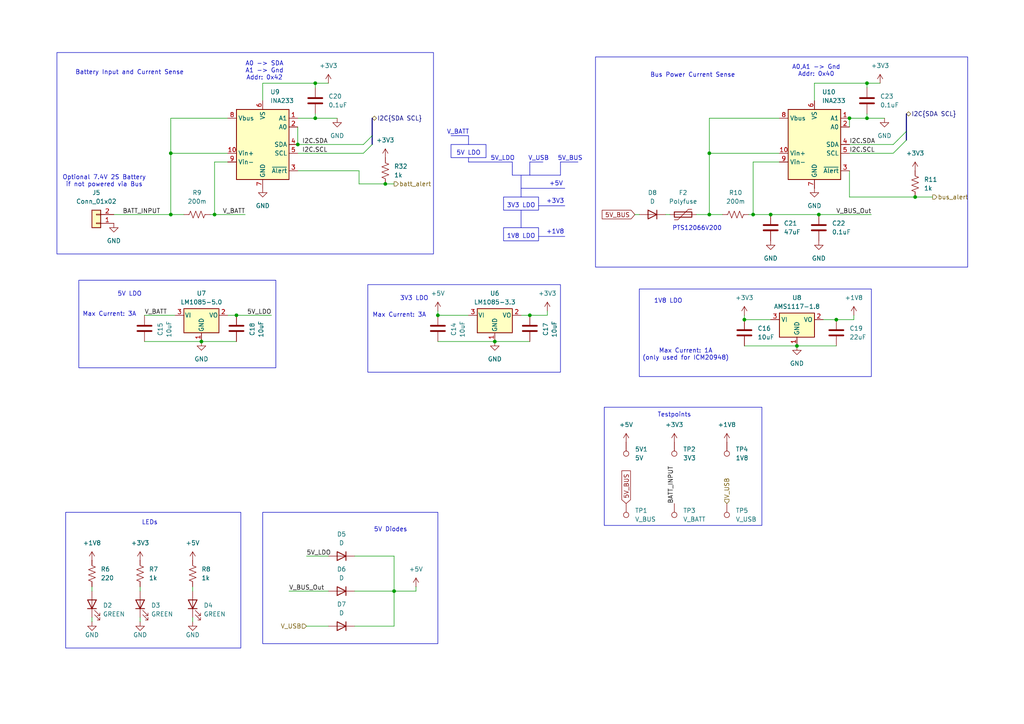
<source format=kicad_sch>
(kicad_sch (version 20250114) (generator "eeschema") (generator_version "9.0")
  (paper "A4")
  (lib_symbols
    (symbol "Connector:TestPoint" (pin_numbers (hide yes)) (pin_names (offset 0.762) (hide yes))
      (property "Reference" "TP" (at 0 6.858 0))
      (property "Value" "TestPoint" (at 0 5.08 0))
      (symbol "TestPoint_0_1"
        (circle (center 0 3.302) (radius 0.762))
      )
      (symbol "TestPoint_1_1"
        (pin passive line (at 0 0 90) (length 2.54) (name "1") (number "1"))
      )
    )
    (symbol "Connector_Generic:Conn_01x02" (pin_names (offset 1.016) (hide yes))
      (property "Reference" "J" (at 0 2.54 0))
      (property "Value" "Conn_01x02" (at 0 -5.08 0))
      (symbol "Conn_01x02_1_1"
        (rectangle (start -1.27 1.27) (end 1.27 -3.81) (stroke (width 0.254)) (fill (type background)))
        (rectangle (start -1.27 0.127) (end 0 -0.127) (stroke (width 0.1524)))
        (rectangle (start -1.27 -2.413) (end 0 -2.667) (stroke (width 0.1524)))
        (pin passive line (at -5.08 0 0) (length 3.81) (name "Pin_1") (number "1"))
        (pin passive line (at -5.08 -2.54 0) (length 3.81) (name "Pin_2") (number "2"))
      )
    )
    (symbol "Device:C" (pin_numbers (hide yes)) (pin_names (offset 0.254))
      (property "Reference" "C" (at 0.635 2.54 0))
      (property "Value" "C" (at 0.635 -2.54 0))
      (symbol "C_0_1"
        (polyline (pts (xy -2.032 0.762) (xy 2.032 0.762)) (stroke (width 0.508)))
        (polyline (pts (xy -2.032 -0.762) (xy 2.032 -0.762)) (stroke (width 0.508)))
      )
      (symbol "C_1_1"
        (pin passive line (at 0 3.81 270) (length 2.794) (name "~") (number "1"))
        (pin passive line (at 0 -3.81 90) (length 2.794) (name "~") (number "2"))
      )
    )
    (symbol "Device:D" (pin_numbers (hide yes)) (pin_names (offset 1.016) (hide yes))
      (property "Reference" "D" (at 0 2.54 0))
      (property "Value" "D" (at 0 -2.54 0))
      (symbol "D_0_1"
        (polyline (pts (xy -1.27 1.27) (xy -1.27 -1.27)) (stroke (width 0.254)))
        (polyline (pts (xy 1.27 1.27) (xy 1.27 -1.27) (xy -1.27 0) (xy 1.27 1.27)) (stroke (width 0.254)))
        (polyline (pts (xy 1.27 0) (xy -1.27 0)))
      )
      (symbol "D_1_1"
        (pin passive line (at -3.81 0 0) (length 2.54) (name "K") (number "1"))
        (pin passive line (at 3.81 0 180) (length 2.54) (name "A") (number "2"))
      )
    )
    (symbol "Device:LED" (pin_numbers (hide yes)) (pin_names (offset 1.016) (hide yes))
      (property "Reference" "D" (at 0 2.54 0))
      (property "Value" "LED" (at 0 -2.54 0))
      (symbol "LED_0_1"
        (polyline (pts (xy -3.048 -0.762) (xy -4.572 -2.286) (xy -3.81 -2.286) (xy -4.572 -2.286) (xy -4.572 -1.524)))
        (polyline (pts (xy -1.778 -0.762) (xy -3.302 -2.286) (xy -2.54 -2.286) (xy -3.302 -2.286) (xy -3.302 -1.524)))
        (polyline (pts (xy -1.27 0) (xy 1.27 0)))
        (polyline (pts (xy -1.27 -1.27) (xy -1.27 1.27)) (stroke (width 0.254)))
        (polyline (pts (xy 1.27 -1.27) (xy 1.27 1.27) (xy -1.27 0) (xy 1.27 -1.27)) (stroke (width 0.254)))
      )
      (symbol "LED_1_1"
        (pin passive line (at -3.81 0 0) (length 2.54) (name "K") (number "1"))
        (pin passive line (at 3.81 0 180) (length 2.54) (name "A") (number "2"))
      )
    )
    (symbol "Device:Polyfuse" (pin_numbers (hide yes)) (pin_names (offset 0))
      (property "Reference" "F" (at -2.54 0 90))
      (property "Value" "Polyfuse" (at 2.54 0 90))
      (symbol "Polyfuse_0_1"
        (polyline (pts (xy -1.524 2.54) (xy -1.524 1.524) (xy 1.524 -1.524) (xy 1.524 -2.54)))
        (rectangle (start -0.762 2.54) (end 0.762 -2.54) (stroke (width 0.254)))
        (polyline (pts (xy 0 2.54) (xy 0 -2.54)))
      )
      (symbol "Polyfuse_1_1"
        (pin passive line (at 0 3.81 270) (length 1.27) (name "~") (number "1"))
        (pin passive line (at 0 -3.81 90) (length 1.27) (name "~") (number "2"))
      )
    )
    (symbol "Device:R_US" (pin_numbers (hide yes)) (pin_names (offset 0))
      (property "Reference" "R" (at 2.54 0 90))
      (property "Value" "R_US" (at -2.54 0 90))
      (symbol "R_US_0_1"
        (polyline (pts (xy 0 2.286) (xy 0 2.54)))
        (polyline (pts (xy 0 2.286) (xy 1.016 1.905) (xy 0 1.524) (xy -1.016 1.143) (xy 0 0.762)))
        (polyline (pts (xy 0 0.762) (xy 1.016 0.381) (xy 0 0) (xy -1.016 -0.381) (xy 0 -0.762)))
        (polyline (pts (xy 0 -0.762) (xy 1.016 -1.143) (xy 0 -1.524) (xy -1.016 -1.905) (xy 0 -2.286)))
        (polyline (pts (xy 0 -2.286) (xy 0 -2.54)))
      )
      (symbol "R_US_1_1"
        (pin passive line (at 0 3.81 270) (length 1.27) (name "~") (number "1"))
        (pin passive line (at 0 -3.81 90) (length 1.27) (name "~") (number "2"))
      )
    )
    (symbol "Regulator_Linear:AMS1117-1.8"
      (property "Reference" "U" (at -3.81 3.175 0))
      (property "Value" "AMS1117-1.8" (at 0 3.175 0))
      (symbol "AMS1117-1.8_0_1"
        (rectangle (start -5.08 -5.08) (end 5.08 1.905) (stroke (width 0.254)) (fill (type background)))
      )
      (symbol "AMS1117-1.8_1_1"
        (pin power_in line (at -7.62 0 0) (length 2.54) (name "VI") (number "3"))
        (pin power_in line (at 0 -7.62 90) (length 2.54) (name "GND") (number "1"))
        (pin power_out line (at 7.62 0 180) (length 2.54) (name "VO") (number "2"))
      )
    )
    (symbol "Regulator_Linear:LM1085-3.3" (pin_names (offset 0.254))
      (property "Reference" "U" (at -3.81 3.175 0))
      (property "Value" "LM1085-3.3" (at 0 3.175 0))
      (symbol "LM1085-3.3_0_1"
        (rectangle (start -5.08 1.905) (end 5.08 -5.08) (stroke (width 0.254)) (fill (type background)))
      )
      (symbol "LM1085-3.3_1_1"
        (pin power_in line (at -7.62 0 0) (length 2.54) (name "VI") (number "3"))
        (pin power_in line (at 0 -7.62 90) (length 2.54) (name "GND") (number "1"))
        (pin power_out line (at 7.62 0 180) (length 2.54) (name "VO") (number "2"))
      )
    )
    (symbol "Regulator_Linear:LM1085-5.0" (pin_names (offset 0.254))
      (property "Reference" "U" (at -3.81 3.175 0))
      (property "Value" "LM1085-5.0" (at 0 3.175 0))
      (symbol "LM1085-5.0_0_1"
        (rectangle (start -5.08 1.905) (end 5.08 -5.08) (stroke (width 0.254)) (fill (type background)))
      )
      (symbol "LM1085-5.0_1_1"
        (pin power_in line (at -7.62 0 0) (length 2.54) (name "VI") (number "3"))
        (pin power_in line (at 0 -7.62 90) (length 2.54) (name "GND") (number "1"))
        (pin power_out line (at 7.62 0 180) (length 2.54) (name "VO") (number "2"))
      )
    )
    (symbol "Sensor_Energy:INA233"
      (property "Reference" "U" (at -6.35 11.43 0))
      (property "Value" "INA233" (at 3.81 11.43 0))
      (symbol "INA233_0_1"
        (rectangle (start 7.62 10.16) (end -7.62 -10.16) (stroke (width 0.254)) (fill (type background)))
      )
      (symbol "INA233_1_1"
        (pin input line (at -10.16 7.62 0) (length 2.54) (name "Vbus") (number "8"))
        (pin input line (at -10.16 -2.54 0) (length 2.54) (name "Vin+") (number "10"))
        (pin input line (at -10.16 -5.08 0) (length 2.54) (name "Vin-") (number "9"))
        (pin power_in line (at 0 12.7 270) (length 2.54) (name "VS") (number "6"))
        (pin power_in line (at 0 -12.7 90) (length 2.54) (name "GND") (number "7"))
        (pin input line (at 10.16 7.62 180) (length 2.54) (name "A1") (number "1"))
        (pin input line (at 10.16 5.08 180) (length 2.54) (name "A0") (number "2"))
        (pin bidirectional line (at 10.16 0 180) (length 2.54) (name "SDA") (number "4"))
        (pin input line (at 10.16 -2.54 180) (length 2.54) (name "SCL") (number "5"))
        (pin open_collector line (at 10.16 -7.62 180) (length 2.54) (name "~{Alert}") (number "3"))
      )
    )
    (symbol "power:+1V8" (power) (pin_numbers (hide yes)) (pin_names (offset 0) (hide yes))
      (property "Value" "+1V8" (at 0 3.556 0))
      (symbol "+1V8_0_1"
        (polyline (pts (xy -0.762 1.27) (xy 0 2.54)))
        (polyline (pts (xy 0 2.54) (xy 0.762 1.27)))
        (polyline (pts (xy 0 0) (xy 0 2.54)))
      )
      (symbol "+1V8_1_1"
        (pin power_in line (at 0 0 90) (length 0) (name "~") (number "1"))
      )
    )
    (symbol "power:+3.3V" (power) (pin_numbers (hide yes)) (pin_names (offset 0) (hide yes))
      (property "Value" "+3.3V" (at 0 3.556 0))
      (symbol "+3.3V_0_1"
        (polyline (pts (xy -0.762 1.27) (xy 0 2.54)))
        (polyline (pts (xy 0 2.54) (xy 0.762 1.27)))
        (polyline (pts (xy 0 0) (xy 0 2.54)))
      )
      (symbol "+3.3V_1_1"
        (pin power_in line (at 0 0 90) (length 0) (name "~") (number "1"))
      )
    )
    (symbol "power:+3V3" (power) (pin_numbers (hide yes)) (pin_names (offset 0) (hide yes))
      (property "Value" "+3V3" (at 0 3.556 0))
      (symbol "+3V3_0_1"
        (polyline (pts (xy -0.762 1.27) (xy 0 2.54)))
        (polyline (pts (xy 0 2.54) (xy 0.762 1.27)))
        (polyline (pts (xy 0 0) (xy 0 2.54)))
      )
      (symbol "+3V3_1_1"
        (pin power_in line (at 0 0 90) (length 0) (name "~") (number "1"))
      )
    )
    (symbol "power:+5V" (power) (pin_numbers (hide yes)) (pin_names (offset 0) (hide yes))
      (property "Value" "+5V" (at 0 3.556 0))
      (symbol "+5V_0_1"
        (polyline (pts (xy -0.762 1.27) (xy 0 2.54)))
        (polyline (pts (xy 0 2.54) (xy 0.762 1.27)))
        (polyline (pts (xy 0 0) (xy 0 2.54)))
      )
      (symbol "+5V_1_1"
        (pin power_in line (at 0 0 90) (length 0) (name "~") (number "1"))
      )
    )
    (symbol "power:GND" (power) (pin_numbers (hide yes)) (pin_names (offset 0) (hide yes))
      (property "Value" "GND" (at 0 -3.81 0))
      (symbol "GND_0_1"
        (polyline (pts (xy 0 0) (xy 0 -1.27) (xy 1.27 -1.27) (xy 0 -2.54) (xy -1.27 -1.27) (xy 0 -1.27)))
      )
      (symbol "GND_1_1"
        (pin power_in line (at 0 0 270) (length 0) (name "~") (number "1"))
      )
    )
    (symbol "power:VBUS" (power) (pin_numbers (hide yes)) (pin_names (offset 0) (hide yes))
      (property "Value" "VBUS" (at 0 3.556 0))
      (symbol "VBUS_0_1"
        (polyline (pts (xy -0.762 1.27) (xy 0 2.54)))
        (polyline (pts (xy 0 2.54) (xy 0.762 1.27)))
        (polyline (pts (xy 0 0) (xy 0 2.54)))
      )
      (symbol "VBUS_1_1"
        (pin power_in line (at 0 0 90) (length 0) (name "~") (number "1"))
      )
    )
  )
  (rectangle (start 146.05 66.04) (end 156.21 69.85))
  (rectangle (start 146.05 57.15) (end 156.21 60.96))
  (rectangle (start 106.68 82.55) (end 162.56 107.95))
  (rectangle (start 185.42 83.82) (end 252.73 109.22))
  (rectangle (start 130.81 41.91) (end 140.97 45.72))
  (rectangle (start 16.51 15.24) (end 125.73 73.66))
  (rectangle (start 76.2 148.59) (end 127 186.69))
  (rectangle (start 172.72 16.51) (end 280.67 77.47))
  (rectangle (start 175.26 118.11) (end 220.98 152.4))
  (rectangle (start 22.86 81.28) (end 80.01 106.68))
  (rectangle (start 19.05 148.59) (end 69.85 187.96))
  (text "Battery Input and Current Sense" (at 37.592 21.082 0) (effects (font (size 1.27 1.27))))
  (text "Testpoints" (at 195.58 120.396 0) (effects (font (size 1.27 1.27))))
  (text "PTS12066V200" (at 202.184 66.294 0) (effects (font (size 1.27 1.27))))
  (text "5V LDO" (at 135.89 44.45 0) (effects (font (size 1.27 1.27))))
  (text "Max Current: 3A" (at 31.75 91.186 0) (effects (font (size 1.27 1.27))))
  (text "5V LDO" (at 37.592 85.344 0) (effects (font (size 1.27 1.27))))
  (text "LEDs" (at 43.434 151.638 0) (effects (font (size 1.27 1.27))))
  (text "3V3 LDO" (at 151.13 59.69 0) (effects (font (size 1.27 1.27))))
  (text "+3V3" (at 161.036 58.42 0) (effects (font (size 1.27 1.27))))
  (text "Max Current: 3A" (at 115.824 91.44 0) (effects (font (size 1.27 1.27))))
  (text "Max Current: 1A\n(only used for ICM20948)" (at 198.882 102.87 0) (effects (font (size 1.27 1.27))))
  (text "5V_LDO" (at 145.796 45.974 0) (effects (font (size 1.27 1.27))))
  (text "1V8 LDO" (at 151.13 68.58 0) (effects (font (size 1.27 1.27))))
  (text "Bus Power Current Sense" (at 200.914 21.844 0) (effects (font (size 1.27 1.27))))
  (text "A0 -> SDA\nA1 -> Gnd\nAddr: 0x42" (at 76.708 20.574 0) (effects (font (size 1.27 1.27))))
  (text "+1V8" (at 161.036 67.31 0) (effects (font (size 1.27 1.27))))
  (text "+5V" (at 161.29 53.34 0) (effects (font (size 1.27 1.27))))
  (text "5V_BUS" (at 165.354 45.974 0) (effects (font (size 1.27 1.27))))
  (text "V_USB" (at 156.21 45.974 0) (effects (font (size 1.27 1.27))))
  (text "Optional 7.4V 2S Battery\nif not powered via Bus" (at 30.226 52.578 0) (effects (font (size 1.27 1.27))))
  (text "V_BATT" (at 132.842 38.354 0) (effects (font (size 1.27 1.27))))
  (text "5V Diodes" (at 113.284 153.67 0) (effects (font (size 1.27 1.27))))
  (text "3V3 LDO" (at 120.142 86.614 0) (effects (font (size 1.27 1.27))))
  (text "1V8 LDO" (at 193.802 87.376 0) (effects (font (size 1.27 1.27))))
  (text "A0,A1 -> Gnd\nAddr: 0x40" (at 236.728 20.574 0) (effects (font (size 1.27 1.27))))
  (junction (at 237.49 62.23))
  (junction (at 111.76 53.34))
  (junction (at 215.9 92.71))
  (junction (at 223.52 62.23))
  (junction (at 246.38 34.29))
  (junction (at 251.46 34.29))
  (junction (at 251.46 24.13))
  (junction (at 205.74 62.23))
  (junction (at 242.57 92.71))
  (junction (at 231.14 100.33))
  (junction (at 49.53 62.23))
  (junction (at 62.23 62.23))
  (junction (at 68.58 91.44))
  (junction (at 58.42 99.06))
  (junction (at 127 91.44))
  (junction (at 49.53 44.45))
  (junction (at 91.44 24.13))
  (junction (at 91.44 34.29))
  (junction (at 114.3 171.45))
  (junction (at 143.51 99.06))
  (junction (at 265.43 57.15))
  (junction (at 218.44 62.23))
  (junction (at 153.67 91.44))
  (junction (at 86.36 41.91))
  (junction (at 205.74 44.45))
  (bus_entry (at 262.89 38.1) (size -2.54 2.54))
  (bus_entry (at 262.89 40.64) (size -2.54 2.54))
  (bus_entry (at 107.95 41.91) (size -2.54 2.54))
  (bus_entry (at 107.95 39.37) (size -2.54 2.54))
  (wire (pts (xy 236.22 24.13) (xy 251.46 24.13)))
  (wire (pts (xy 102.87 181.61) (xy 114.3 181.61)))
  (wire (pts (xy 62.23 62.23) (xy 71.12 62.23)))
  (wire (pts (xy 151.13 91.44) (xy 153.67 91.44)))
  (wire (pts (xy 246.38 34.29) (xy 246.38 36.83)))
  (bus (pts (xy 107.95 39.37) (xy 107.95 41.91)))
  (wire (pts (xy 247.65 91.44) (xy 247.65 92.71)))
  (polyline (pts (xy 151.13 60.96) (xy 151.13 66.04)))
  (polyline (pts (xy 135.89 46.99) (xy 148.59 46.99)))
  (wire (pts (xy 246.38 34.29) (xy 251.46 34.29)))
  (wire (pts (xy 88.9 181.61) (xy 95.25 181.61)))
  (wire (pts (xy 231.14 100.33) (xy 242.57 100.33)))
  (wire (pts (xy 49.53 62.23) (xy 53.34 62.23)))
  (wire (pts (xy 26.67 170.18) (xy 26.67 171.45)))
  (wire (pts (xy 218.44 62.23) (xy 223.52 62.23)))
  (wire (pts (xy 60.96 62.23) (xy 62.23 62.23)))
  (wire (pts (xy 201.93 62.23) (xy 205.74 62.23)))
  (wire (pts (xy 184.15 62.23) (xy 185.42 62.23)))
  (wire (pts (xy 218.44 62.23) (xy 218.44 46.99)))
  (wire (pts (xy 251.46 24.13) (xy 255.27 24.13)))
  (wire (pts (xy 49.53 44.45) (xy 49.53 34.29)))
  (wire (pts (xy 62.23 62.23) (xy 62.23 46.99)))
  (wire (pts (xy 251.46 24.13) (xy 251.46 25.4)))
  (wire (pts (xy 238.76 92.71) (xy 242.57 92.71)))
  (wire (pts (xy 114.3 161.29) (xy 102.87 161.29)))
  (wire (pts (xy 246.38 41.91) (xy 259.08 41.91)))
  (wire (pts (xy 33.02 62.23) (xy 49.53 62.23)))
  (wire (pts (xy 49.53 44.45) (xy 66.04 44.45)))
  (wire (pts (xy 193.04 62.23) (xy 194.31 62.23)))
  (wire (pts (xy 217.17 62.23) (xy 218.44 62.23)))
  (wire (pts (xy 205.74 44.45) (xy 226.06 44.45)))
  (wire (pts (xy 91.44 33.02) (xy 91.44 34.29)))
  (wire (pts (xy 68.58 91.44) (xy 78.74 91.44)))
  (polyline (pts (xy 156.21 68.58) (xy 163.83 68.58)))
  (wire (pts (xy 218.44 46.99) (xy 226.06 46.99)))
  (wire (pts (xy 91.44 24.13) (xy 91.44 25.4)))
  (wire (pts (xy 41.91 91.44) (xy 50.8 91.44)))
  (polyline (pts (xy 156.21 59.69) (xy 163.83 59.69)))
  (wire (pts (xy 76.2 24.13) (xy 91.44 24.13)))
  (wire (pts (xy 158.75 91.44) (xy 153.67 91.44)))
  (wire (pts (xy 251.46 33.02) (xy 251.46 34.29)))
  (polyline (pts (xy 135.89 45.72) (xy 135.89 46.99)))
  (wire (pts (xy 66.04 91.44) (xy 68.58 91.44)))
  (wire (pts (xy 205.74 62.23) (xy 209.55 62.23)))
  (wire (pts (xy 143.51 99.06) (xy 153.67 99.06)))
  (wire (pts (xy 270.51 57.15) (xy 265.43 57.15)))
  (wire (pts (xy 242.57 92.71) (xy 247.65 92.71)))
  (wire (pts (xy 104.14 49.53) (xy 86.36 49.53)))
  (wire (pts (xy 215.9 100.33) (xy 231.14 100.33)))
  (wire (pts (xy 114.3 171.45) (xy 120.65 171.45)))
  (wire (pts (xy 256.54 34.29) (xy 251.46 34.29)))
  (wire (pts (xy 158.75 90.17) (xy 158.75 91.44)))
  (polyline (pts (xy 151.13 54.61) (xy 163.83 54.61)))
  (wire (pts (xy 215.9 92.71) (xy 223.52 92.71)))
  (bus (pts (xy 107.95 39.37) (xy 107.95 34.29)))
  (polyline (pts (xy 135.89 41.91) (xy 135.89 39.37)))
  (wire (pts (xy 104.14 53.34) (xy 111.76 53.34)))
  (wire (pts (xy 40.64 179.07) (xy 40.64 180.34)))
  (wire (pts (xy 88.9 161.29) (xy 95.25 161.29)))
  (wire (pts (xy 86.36 44.45) (xy 105.41 44.45)))
  (wire (pts (xy 49.53 44.45) (xy 49.53 62.23)))
  (wire (pts (xy 215.9 91.44) (xy 215.9 92.71)))
  (wire (pts (xy 127 90.17) (xy 127 91.44)))
  (wire (pts (xy 102.87 171.45) (xy 114.3 171.45)))
  (wire (pts (xy 246.38 44.45) (xy 259.08 44.45)))
  (wire (pts (xy 265.43 57.15) (xy 246.38 57.15)))
  (wire (pts (xy 205.74 44.45) (xy 205.74 62.23)))
  (wire (pts (xy 86.36 34.29) (xy 91.44 34.29)))
  (wire (pts (xy 62.23 46.99) (xy 66.04 46.99)))
  (polyline (pts (xy 148.59 46.99) (xy 148.59 48.26)))
  (wire (pts (xy 127 91.44) (xy 135.89 91.44)))
  (wire (pts (xy 223.52 62.23) (xy 237.49 62.23)))
  (polyline (pts (xy 162.56 50.8) (xy 162.56 46.99)))
  (polyline (pts (xy 153.67 46.99) (xy 153.67 50.8)))
  (wire (pts (xy 260.35 40.64) (xy 259.08 41.91)))
  (wire (pts (xy 83.82 171.45) (xy 95.25 171.45)))
  (wire (pts (xy 205.74 34.29) (xy 226.06 34.29)))
  (wire (pts (xy 41.91 99.06) (xy 58.42 99.06)))
  (wire (pts (xy 91.44 34.29) (xy 97.79 34.29)))
  (wire (pts (xy 205.74 44.45) (xy 205.74 34.29)))
  (wire (pts (xy 86.36 36.83) (xy 86.36 41.91)))
  (wire (pts (xy 91.44 24.13) (xy 95.25 24.13)))
  (wire (pts (xy 76.2 29.21) (xy 76.2 24.13)))
  (wire (pts (xy 114.3 181.61) (xy 114.3 171.45)))
  (wire (pts (xy 237.49 62.23) (xy 252.73 62.23)))
  (wire (pts (xy 246.38 57.15) (xy 246.38 49.53)))
  (wire (pts (xy 40.64 170.18) (xy 40.64 171.45)))
  (wire (pts (xy 120.65 170.18) (xy 120.65 171.45)))
  (polyline (pts (xy 157.48 46.99) (xy 153.67 46.99)))
  (wire (pts (xy 236.22 29.21) (xy 236.22 24.13)))
  (polyline (pts (xy 162.56 46.99) (xy 167.64 46.99)))
  (wire (pts (xy 104.14 53.34) (xy 104.14 49.53)))
  (wire (pts (xy 127 99.06) (xy 143.51 99.06)))
  (wire (pts (xy 26.67 179.07) (xy 26.67 180.34)))
  (polyline (pts (xy 153.67 50.8) (xy 162.56 50.8)))
  (polyline (pts (xy 130.81 39.37) (xy 135.89 39.37)))
  (wire (pts (xy 259.08 44.45) (xy 260.35 43.18)))
  (polyline (pts (xy 148.59 50.8) (xy 153.67 50.8)))
  (wire (pts (xy 55.88 170.18) (xy 55.88 171.45)))
  (wire (pts (xy 114.3 171.45) (xy 114.3 161.29)))
  (wire (pts (xy 86.36 41.91) (xy 105.41 41.91)))
  (bus (pts (xy 262.89 38.1) (xy 262.89 33.02)))
  (wire (pts (xy 111.76 53.34) (xy 114.3 53.34)))
  (wire (pts (xy 55.88 179.07) (xy 55.88 180.34)))
  (wire (pts (xy 49.53 34.29) (xy 66.04 34.29)))
  (polyline (pts (xy 148.59 48.26) (xy 148.59 50.8)))
  (bus (pts (xy 262.89 40.64) (xy 262.89 38.1)))
  (wire (pts (xy 58.42 99.06) (xy 68.58 99.06)))
  (polyline (pts (xy 151.13 50.8) (xy 151.13 57.15)))
  (label "I2C.SDA" (at 246.38 41.91 0))
  (label "5V_LDO" (at 88.9 161.29 0))
  (label "I2C.SCL" (at 246.38 44.45 0))
  (label "V_BATT" (at 41.91 91.44 0))
  (label "V_BUS_Out" (at 252.73 62.23 180))
  (label "BATT_INPUT" (at 35.56 62.23 0))
  (label "V_BUS_Out" (at 83.82 171.45 0))
  (label "V_BATT" (at 71.12 62.23 180))
  (label "I2C.SCL" (at 87.63 44.45 0))
  (label "I2C.SDA" (at 87.63 41.91 0))
  (label "5V_LDO" (at 78.74 91.44 180))
  (label "BATT_INPUT" (at 195.58 146.05 90))
  (global_label "5V_BUS" (shape input) (at 184.15 62.23 180) (property "Intersheetrefs" "${INTERSHEET_REFS}" (effects (hide yes))))
  (global_label "5V_BUS" (shape input) (at 181.61 146.05 90) (property "Intersheetrefs" "${INTERSHEET_REFS}" (effects (hide yes))))
  (hierarchical_label "V_USB" (shape input) (at 210.82 146.05 90))
  (hierarchical_label "V_USB" (shape input) (at 88.9 181.61 180))
  (hierarchical_label "bus_alert" (shape output) (at 270.51 57.15 0))
  (hierarchical_label "I2C{SDA SCL}" (shape bidirectional) (at 262.89 33.02 0))
  (hierarchical_label "batt_alert" (shape output) (at 114.3 53.34 0))
  (hierarchical_label "I2C{SDA SCL}" (shape bidirectional) (at 107.95 34.29 0))
  (symbol (lib_id "Device:C") (at 68.58 95.25 180) (unit 1)
    (property "Reference" "C20" (at 73.152 95.504 90))
    (property "Value" "10uF" (at 75.692 95.504 90))
    (property "Footprint" "Capacitor_SMD:C_0603_1608Metric" (effects (hide yes)))
    (property "Description" "Unpolarized capacitor" (effects (hide yes)))
    (instances (project "Test Rocket Board" (path "" (reference "C18") (unit 1))) (project "Test Rocket Board" (path "" (reference "C20") (unit 1))))
  )
  (symbol (lib_id "power:+3V3") (at 215.9 91.44 0) (unit 1)
    (property "Reference" "#PWR049" (effects (hide yes)))
    (property "Value" "+3V3" (at 215.9 86.36 0))
    (property "Description" "Power symbol creates a global label with name \"+3V3\"" (effects (hide yes)))
    (instances (project "Test Rocket Board" (path "" (reference "#PWR043") (unit 1))) (project "Test Rocket Board" (path "" (reference "#PWR049") (unit 1))))
  )
  (symbol (lib_id "power:VBUS") (at 120.65 170.18 0) (unit 1)
    (property "Reference" "#PWR057" (effects (hide yes)))
    (property "Value" "+5V" (at 120.65 165.1 0))
    (property "Description" "Power symbol creates a global label with name \"VBUS\"" (effects (hide yes)))
    (instances (project "Test Rocket Board" (path "" (reference "#PWR054") (unit 1))) (project "Test Rocket Board" (path "" (reference "#PWR057") (unit 1))))
  )
  (symbol (lib_id "power:+3V3") (at 111.76 45.72 0) (unit 1)
    (property "Reference" "#PWR092" (effects (hide yes)))
    (property "Value" "+3V3" (at 111.76 40.64 0))
    (property "Description" "Power symbol creates a global label with name \"+3V3\"" (effects (hide yes)))
  )
  (symbol (lib_id "power:+3.3V") (at 55.88 162.56 0) (unit 1)
    (property "Reference" "#PWR043" (effects (hide yes)))
    (property "Value" "+5V" (at 55.88 157.48 0))
    (property "Description" "Power symbol creates a global label with name \"+3.3V\"" (effects (hide yes)))
    (instances (project "Test Rocket Board" (path "" (reference "#PWR039") (unit 1))) (project "Test Rocket Board" (path "" (reference "#PWR043") (unit 1))))
  )
  (symbol (lib_id "Device:R_US") (at 55.88 166.37 180) (unit 1)
    (property "Reference" "R6" (at 58.42 165.0999 0) (effects (justify right)))
    (property "Value" "1k" (at 58.42 167.6399 0) (effects (justify right)))
    (property "Footprint" "Resistor_SMD:R_0603_1608Metric" (effects (hide yes)))
    (property "Description" "Resistor, US symbol" (effects (hide yes)))
    (instances (project "Test Rocket Board" (path "" (reference "R8") (unit 1))) (project "Test Rocket Board" (path "" (reference "R6") (unit 1))))
  )
  (symbol (lib_id "power:+3V3") (at 255.27 24.13 0) (unit 1)
    (property "Reference" "#PWR062" (effects (hide yes)))
    (property "Value" "+3V3" (at 255.27 19.05 0))
    (property "Description" "Power symbol creates a global label with name \"+3V3\"" (effects (hide yes)))
    (instances (project "Test Rocket Board" (path "" (reference "#PWR059") (unit 1))) (project "Test Rocket Board" (path "" (reference "#PWR062") (unit 1))))
  )
  (symbol (lib_id "power:GND") (at 256.54 34.29 0) (unit 1)
    (property "Reference" "#PWR063" (effects (hide yes)))
    (property "Value" "GND" (at 256.54 39.37 0))
    (property "Description" "Power symbol creates a global label with name \"GND\" , ground" (effects (hide yes)))
    (instances (project "Test Rocket Board" (path "" (reference "#PWR060") (unit 1))) (project "Test Rocket Board" (path "" (reference "#PWR063") (unit 1))))
  )
  (symbol (lib_id "power:+3.3V") (at 26.67 162.56 0) (unit 1)
    (property "Reference" "#PWR038" (effects (hide yes)))
    (property "Value" "+1V8" (at 26.67 157.48 0))
    (property "Description" "Power symbol creates a global label with name \"+3.3V\"" (effects (hide yes)))
    (instances (project "Test Rocket Board" (path "" (reference "#PWR035") (unit 1))) (project "Test Rocket Board" (path "" (reference "#PWR038") (unit 1))))
  )
  (symbol (lib_id "power:+3V3") (at 195.58 128.27 0) (unit 1)
    (property "Reference" "#PWR056" (effects (hide yes)))
    (property "Value" "+3V3" (at 195.58 123.19 0))
    (property "Description" "Power symbol creates a global label with name \"+3V3\"" (effects (hide yes)))
    (instances (project "Test Rocket Board" (path "" (reference "#PWR053") (unit 1))) (project "Test Rocket Board" (path "" (reference "#PWR056") (unit 1))))
  )
  (symbol (lib_id "Device:R_US") (at 213.36 62.23 90) (unit 1)
    (property "Reference" "R8" (at 213.36 55.88 90))
    (property "Value" "200m" (at 213.36 58.42 90))
    (property "Footprint" "Resistor_SMD:R_0603_1608Metric" (effects (hide yes)))
    (property "Description" "Resistor, US symbol" (effects (hide yes)))
    (instances (project "Test Rocket Board" (path "" (reference "R10") (unit 1))) (project "Test Rocket Board" (path "" (reference "R8") (unit 1))))
  )
  (symbol (lib_id "Device:LED") (at 40.64 175.26 90) (unit 1)
    (property "Reference" "D3" (at 43.815 175.5775 90) (effects (justify right)))
    (property "Value" "GREEN" (at 43.815 178.1175 90) (effects (justify right)))
    (property "Footprint" "LED_SMD:LED_0603_1608Metric_Pad1.05x0.95mm_HandSolder" (effects (hide yes)))
  )
  (symbol (lib_id "Connector:TestPoint") (at 195.58 146.05 180) (unit 1)
    (property "Reference" "TP3" (at 198.12 148.0819 0) (effects (justify right)))
    (property "Value" "V_BATT" (at 198.12 150.6219 0) (effects (justify right)))
    (property "Footprint" "Connector_PinHeader_2.54mm:PinHeader_1x01_P2.54mm_Vertical" (effects (hide yes)))
    (property "Description" "test point" (effects (hide yes)))
  )
  (symbol (lib_id "Connector:TestPoint") (at 181.61 146.05 180) (unit 1)
    (property "Reference" "TP1" (at 184.15 148.0819 0) (effects (justify right)))
    (property "Value" "V_BUS" (at 184.15 150.6219 0) (effects (justify right)))
    (property "Footprint" "Connector_PinHeader_2.54mm:PinHeader_1x01_P2.54mm_Vertical" (effects (hide yes)))
    (property "Description" "test point" (effects (hide yes)))
  )
  (symbol (lib_id "Device:C") (at 223.52 66.04 0) (unit 1)
    (property "Reference" "C22" (at 227.33 64.7699 0) (effects (justify left)))
    (property "Value" "47uF" (at 227.33 67.3099 0) (effects (justify left)))
    (property "Footprint" "Capacitor_SMD:C_0603_1608Metric" (effects (hide yes)))
    (property "Description" "Unpolarized capacitor" (effects (hide yes)))
    (instances (project "Test Rocket Board" (path "" (reference "C21") (unit 1))) (project "Test Rocket Board" (path "" (reference "C22") (unit 1))))
  )
  (symbol (lib_id "Connector:TestPoint") (at 210.82 128.27 180) (unit 1)
    (property "Reference" "TP4" (at 213.36 130.3019 0) (effects (justify right)))
    (property "Value" "1V8" (at 213.36 132.8419 0) (effects (justify right)))
    (property "Footprint" "Connector_PinHeader_2.54mm:PinHeader_1x01_P2.54mm_Vertical" (effects (hide yes)))
    (property "Description" "test point" (effects (hide yes)))
  )
  (symbol (lib_id "Regulator_Linear:LM1085-3.3") (at 143.51 91.44 0) (unit 1)
    (property "Reference" "U10" (at 143.51 85.09 0))
    (property "Value" "LM1085-3.3" (at 143.51 87.63 0))
    (property "Footprint" "Package_TO_SOT_SMD:TO-263-3_TabPin2" (effects (hide yes)))
    (property "Datasheet" "http://www.ti.com/lit/ds/symlink/lm1085.pdf" (effects (hide yes)))
    (property "Description" "3A 27V Linear Regulator, Fixed Output 3.3V, TO-220/TO-263" (effects (hide yes)))
    (instances (project "Test Rocket Board" (path "" (reference "U6") (unit 1))) (project "Test Rocket Board" (path "" (reference "U10") (unit 1))))
  )
  (symbol (lib_id "Device:C") (at 251.46 29.21 0) (unit 1)
    (property "Reference" "C24" (at 255.27 27.9399 0) (effects (justify left)))
    (property "Value" "0.1uF" (at 255.27 30.4799 0) (effects (justify left)))
    (property "Footprint" "Capacitor_SMD:C_0603_1608Metric" (effects (hide yes)))
    (property "Description" "Unpolarized capacitor" (effects (hide yes)))
    (instances (project "Test Rocket Board" (path "" (reference "C23") (unit 1))) (project "Test Rocket Board" (path "" (reference "C24") (unit 1))))
  )
  (symbol (lib_id "Device:LED") (at 55.88 175.26 90) (unit 1)
    (property "Reference" "D4" (at 59.055 175.5775 90) (effects (justify right)))
    (property "Value" "GREEN" (at 59.055 178.1175 90) (effects (justify right)))
    (property "Footprint" "LED_SMD:LED_0603_1608Metric_Pad1.05x0.95mm_HandSolder" (effects (hide yes)))
  )
  (symbol (lib_id "Device:D") (at 99.06 171.45 180) (unit 1)
    (property "Reference" "D6" (at 99.06 165.1 0))
    (property "Value" "D" (at 99.06 167.64 0))
    (property "Footprint" "Diode_SMD:D_0603_1608Metric" (effects (hide yes)))
    (property "Description" "Diode" (effects (hide yes)))
    (property "Sim.Device" "D" (effects (hide yes)))
    (property "Sim.Pins" "1=K 2=A" (effects (hide yes)))
  )
  (symbol (lib_id "power:+1V8") (at 210.82 128.27 0) (unit 1)
    (property "Reference" "#PWR058" (effects (hide yes)))
    (property "Value" "+1V8" (at 210.82 123.19 0))
    (property "Description" "Power symbol creates a global label with name \"+1V8\"" (effects (hide yes)))
    (instances (project "Test Rocket Board" (path "" (reference "#PWR055") (unit 1))) (project "Test Rocket Board" (path "" (reference "#PWR058") (unit 1))))
  )
  (symbol (lib_id "Device:C") (at 91.44 29.21 0) (unit 1)
    (property "Reference" "C15" (at 95.25 27.9399 0) (effects (justify left)))
    (property "Value" "0.1uF" (at 95.25 30.4799 0) (effects (justify left)))
    (property "Footprint" "Capacitor_SMD:C_0603_1608Metric" (effects (hide yes)))
    (property "Description" "Unpolarized capacitor" (effects (hide yes)))
    (instances (project "Test Rocket Board" (path "" (reference "C20") (unit 1))) (project "Test Rocket Board" (path "" (reference "C15") (unit 1))))
  )
  (symbol (lib_id "Device:D") (at 189.23 62.23 0) (mirror y) (unit 1)
    (property "Reference" "D8" (at 189.23 55.88 0))
    (property "Value" "D" (at 189.23 58.42 0))
    (property "Footprint" "Diode_SMD:D_0603_1608Metric" (effects (hide yes)))
    (property "Description" "Diode" (effects (hide yes)))
    (property "Sim.Device" "D" (effects (hide yes)))
    (property "Sim.Pins" "1=K 2=A" (effects (hide yes)))
  )
  (symbol (lib_id "Device:R_US") (at 40.64 166.37 180) (unit 1)
    (property "Reference" "R5" (at 43.18 165.0999 0) (effects (justify right)))
    (property "Value" "1k" (at 43.18 167.6399 0) (effects (justify right)))
    (property "Footprint" "Resistor_SMD:R_0603_1608Metric" (effects (hide yes)))
    (property "Description" "Resistor, US symbol" (effects (hide yes)))
    (instances (project "Test Rocket Board" (path "" (reference "R7") (unit 1))) (project "Test Rocket Board" (path "" (reference "R5") (unit 1))))
  )
  (symbol (lib_id "Device:C") (at 41.91 95.25 180) (unit 1)
    (property "Reference" "C17" (at 46.482 95.504 90))
    (property "Value" "10uF" (at 49.022 95.504 90))
    (property "Footprint" "Capacitor_SMD:C_0603_1608Metric" (effects (hide yes)))
    (property "Description" "Unpolarized capacitor" (effects (hide yes)))
    (instances (project "Test Rocket Board" (path "" (reference "C15") (unit 1))) (project "Test Rocket Board" (path "" (reference "C17") (unit 1))))
  )
  (symbol (lib_id "Device:R_US") (at 265.43 53.34 180) (unit 1)
    (property "Reference" "R9" (at 267.97 52.0699 0) (effects (justify right)))
    (property "Value" "1k" (at 267.97 54.6099 0) (effects (justify right)))
    (property "Footprint" "Resistor_SMD:R_0603_1608Metric" (effects (hide yes)))
    (property "Description" "Resistor, US symbol" (effects (hide yes)))
    (instances (project "Test Rocket Board" (path "" (reference "R11") (unit 1))) (project "Test Rocket Board" (path "" (reference "R9") (unit 1))))
  )
  (symbol (lib_id "power:+1V8") (at 247.65 91.44 0) (unit 1)
    (property "Reference" "#PWR054" (effects (hide yes)))
    (property "Value" "+1V8" (at 247.65 86.36 0))
    (property "Description" "Power symbol creates a global label with name \"+1V8\"" (effects (hide yes)))
    (instances (project "Test Rocket Board" (path "" (reference "#PWR049") (unit 1))) (project "Test Rocket Board" (path "" (reference "#PWR054") (unit 1))))
  )
  (symbol (lib_id "Device:C") (at 127 95.25 180) (unit 1)
    (property "Reference" "C16" (at 131.572 95.504 90))
    (property "Value" "10uF" (at 134.112 95.504 90))
    (property "Footprint" "Capacitor_SMD:C_0603_1608Metric" (effects (hide yes)))
    (property "Description" "Unpolarized capacitor" (effects (hide yes)))
    (instances (project "Test Rocket Board" (path "" (reference "C14") (unit 1))) (project "Test Rocket Board" (path "" (reference "C16") (unit 1))))
  )
  (symbol (lib_id "Device:C") (at 215.9 96.52 0) (unit 1)
    (property "Reference" "C18" (at 219.71 95.2499 0) (effects (justify left)))
    (property "Value" "10uF" (at 219.71 97.7899 0) (effects (justify left)))
    (property "Footprint" "Capacitor_SMD:C_0603_1608Metric" (effects (hide yes)))
    (property "Description" "Unpolarized capacitor" (effects (hide yes)))
    (instances (project "Test Rocket Board" (path "" (reference "C16") (unit 1))) (project "Test Rocket Board" (path "" (reference "C18") (unit 1))))
  )
  (symbol (lib_id "power:GND") (at 97.79 34.29 0) (unit 1)
    (property "Reference" "#PWR047" (effects (hide yes)))
    (property "Value" "GND" (at 97.79 39.37 0))
    (property "Description" "Power symbol creates a global label with name \"GND\" , ground" (effects (hide yes)))
    (instances (project "Test Rocket Board" (path "" (reference "#PWR051") (unit 1))) (project "Test Rocket Board" (path "" (reference "#PWR047") (unit 1))))
  )
  (symbol (lib_id "power:GND") (at 143.51 99.06 0) (unit 1)
    (property "Reference" "#PWR050" (effects (hide yes)))
    (property "Value" "GND" (at 143.51 104.14 0))
    (property "Description" "Power symbol creates a global label with name \"GND\" , ground" (effects (hide yes)))
    (instances (project "Test Rocket Board" (path "" (reference "#PWR044") (unit 1))) (project "Test Rocket Board" (path "" (reference "#PWR050") (unit 1))))
  )
  (symbol (lib_id "power:GND") (at 55.88 180.34 0) (unit 1)
    (property "Reference" "#PWR044" (effects (hide yes)))
    (property "Value" "GND" (at 55.88 184.15 0))
    (instances (project "Test Rocket Board" (path "" (reference "#PWR040") (unit 1))) (project "Test Rocket Board" (path "" (reference "#PWR044") (unit 1))))
  )
  (symbol (lib_id "Device:D") (at 99.06 181.61 180) (unit 1)
    (property "Reference" "D7" (at 99.06 175.26 0))
    (property "Value" "D" (at 99.06 177.8 0))
    (property "Footprint" "Diode_SMD:D_0603_1608Metric" (effects (hide yes)))
    (property "Description" "Diode" (effects (hide yes)))
    (property "Sim.Device" "D" (effects (hide yes)))
    (property "Sim.Pins" "1=K 2=A" (effects (hide yes)))
  )
  (symbol (lib_id "power:GND") (at 76.2 54.61 0) (unit 1)
    (property "Reference" "#PWR045" (effects (hide yes)))
    (property "Value" "GND" (at 76.2 59.69 0))
    (property "Description" "Power symbol creates a global label with name \"GND\" , ground" (effects (hide yes)))
    (instances (project "Test Rocket Board" (path "" (reference "#PWR048") (unit 1))) (project "Test Rocket Board" (path "" (reference "#PWR045") (unit 1))))
  )
  (symbol (lib_id "power:GND") (at 33.02 64.77 0) (unit 1)
    (property "Reference" "#PWR040" (effects (hide yes)))
    (property "Value" "GND" (at 33.02 69.85 0))
    (property "Description" "Power symbol creates a global label with name \"GND\" , ground" (effects (hide yes)))
    (instances (project "Test Rocket Board" (path "" (reference "#PWR041") (unit 1))) (project "Test Rocket Board" (path "" (reference "#PWR040") (unit 1))))
  )
  (symbol (lib_id "Device:R_US") (at 57.15 62.23 90) (unit 1)
    (property "Reference" "R7" (at 57.15 55.88 90))
    (property "Value" "200m" (at 57.15 58.42 90))
    (property "Footprint" "Resistor_SMD:R_0603_1608Metric" (effects (hide yes)))
    (property "Description" "Resistor, US symbol" (effects (hide yes)))
    (instances (project "Test Rocket Board" (path "" (reference "R9") (unit 1))) (project "Test Rocket Board" (path "" (reference "R7") (unit 1))))
  )
  (symbol (lib_id "power:GND") (at 223.52 69.85 0) (unit 1)
    (property "Reference" "#PWR059" (effects (hide yes)))
    (property "Value" "GND" (at 223.52 74.93 0))
    (property "Description" "Power symbol creates a global label with name \"GND\" , ground" (effects (hide yes)))
    (instances (project "Test Rocket Board" (path "" (reference "#PWR056") (unit 1))) (project "Test Rocket Board" (path "" (reference "#PWR059") (unit 1))))
  )
  (symbol (lib_id "power:GND") (at 40.64 180.34 0) (unit 1)
    (property "Reference" "#PWR042" (effects (hide yes)))
    (property "Value" "GND" (at 40.64 184.15 0))
    (instances (project "Test Rocket Board" (path "" (reference "#PWR038") (unit 1))) (project "Test Rocket Board" (path "" (reference "#PWR042") (unit 1))))
  )
  (symbol (lib_id "Sensor_Energy:INA233") (at 76.2 41.91 0) (unit 1)
    (property "Reference" "U9" (at 78.3941 26.67 0) (effects (justify left)))
    (property "Value" "INA233" (at 78.3941 29.21 0) (effects (justify left)))
    (property "Footprint" "Package_SO:VSSOP-10_3x3mm_P0.5mm" (effects (hide yes)))
    (property "Datasheet" "https://www.ti.com/lit/ds/symlink/ina233.pdf" (effects (hide yes)))
    (property "Description" "High-Side or Low-Side Measurement, Bi-Directional Current and Power Monitor (0-36V) with I2C, SMBus-, and PMBus-Compatible Interface, VSSOP-10" (effects (hide yes)))
  )
  (symbol (lib_id "Connector:TestPoint") (at 195.58 128.27 180) (unit 1)
    (property "Reference" "TP2" (at 198.12 130.3019 0) (effects (justify right)))
    (property "Value" "3V3" (at 198.12 132.8419 0) (effects (justify right)))
    (property "Footprint" "Connector_PinHeader_2.54mm:PinHeader_1x01_P2.54mm_Vertical" (effects (hide yes)))
    (property "Description" "test point" (effects (hide yes)))
  )
  (symbol (lib_id "power:GND") (at 231.14 100.33 0) (unit 1)
    (property "Reference" "#PWR052" (effects (hide yes)))
    (property "Value" "GND" (at 231.14 105.41 0))
    (property "Description" "Power symbol creates a global label with name \"GND\" , ground" (effects (hide yes)))
    (instances (project "Test Rocket Board" (path "" (reference "#PWR046") (unit 1))) (project "Test Rocket Board" (path "" (reference "#PWR052") (unit 1))))
  )
  (symbol (lib_id "Regulator_Linear:AMS1117-1.8") (at 231.14 92.71 0) (unit 1)
    (property "Reference" "U12" (at 231.14 86.36 0))
    (property "Value" "AMS1117-1.8" (at 231.14 88.9 0))
    (property "Footprint" "Package_TO_SOT_SMD:SOT-223-3_TabPin2" (effects (hide yes)))
    (property "Datasheet" "http://www.advanced-monolithic.com/pdf/ds1117.pdf" (effects (hide yes)))
    (property "Description" "1A Low Dropout regulator, positive, 1.8V fixed output, SOT-223" (effects (hide yes)))
    (instances (project "Test Rocket Board" (path "" (reference "U8") (unit 1))) (project "Test Rocket Board" (path "" (reference "U12") (unit 1))))
  )
  (symbol (lib_id "power:GND") (at 58.42 99.06 0) (unit 1)
    (property "Reference" "#PWR051" (effects (hide yes)))
    (property "Value" "GND" (at 58.42 104.14 0))
    (property "Description" "Power symbol creates a global label with name \"GND\" , ground" (effects (hide yes)))
    (instances (project "Test Rocket Board" (path "" (reference "#PWR045") (unit 1))) (project "Test Rocket Board" (path "" (reference "#PWR051") (unit 1))))
  )
  (symbol (lib_id "Device:C") (at 237.49 66.04 0) (unit 1)
    (property "Reference" "C23" (at 241.3 64.7699 0) (effects (justify left)))
    (property "Value" "0.1uF" (at 241.3 67.3099 0) (effects (justify left)))
    (property "Footprint" "Capacitor_SMD:C_0603_1608Metric" (effects (hide yes)))
    (property "Description" "Unpolarized capacitor" (effects (hide yes)))
    (instances (project "Test Rocket Board" (path "" (reference "C22") (unit 1))) (project "Test Rocket Board" (path "" (reference "C23") (unit 1))))
  )
  (symbol (lib_id "power:+3V3") (at 158.75 90.17 0) (unit 1)
    (property "Reference" "#PWR053" (effects (hide yes)))
    (property "Value" "+3V3" (at 158.75 85.09 0))
    (property "Description" "Power symbol creates a global label with name \"+3V3\"" (effects (hide yes)))
    (instances (project "Test Rocket Board" (path "" (reference "#PWR047") (unit 1))) (project "Test Rocket Board" (path "" (reference "#PWR053") (unit 1))))
  )
  (symbol (lib_id "power:GND") (at 26.67 180.34 0) (unit 1)
    (property "Reference" "#PWR039" (effects (hide yes)))
    (property "Value" "GND" (at 26.67 184.15 0))
    (instances (project "Test Rocket Board" (path "" (reference "#PWR036") (unit 1))) (project "Test Rocket Board" (path "" (reference "#PWR039") (unit 1))))
  )
  (symbol (lib_id "power:+5V") (at 127 90.17 0) (unit 1)
    (property "Reference" "#PWR048" (effects (hide yes)))
    (property "Value" "+5V" (at 127 85.09 0))
    (property "Description" "Power symbol creates a global label with name \"+5V\"" (effects (hide yes)))
    (instances (project "Test Rocket Board" (path "" (reference "#PWR042") (unit 1))) (project "Test Rocket Board" (path "" (reference "#PWR048") (unit 1))))
  )
  (symbol (lib_id "Device:C") (at 242.57 96.52 0) (unit 1)
    (property "Reference" "C21" (at 246.38 95.2499 0) (effects (justify left)))
    (property "Value" "22uF" (at 246.38 97.7899 0) (effects (justify left)))
    (property "Footprint" "Capacitor_SMD:C_0603_1608Metric" (effects (hide yes)))
    (property "Description" "Unpolarized capacitor" (effects (hide yes)))
    (instances (project "Test Rocket Board" (path "" (reference "C19") (unit 1))) (project "Test Rocket Board" (path "" (reference "C21") (unit 1))))
  )
  (symbol (lib_id "Sensor_Energy:INA233") (at 236.22 41.91 0) (unit 1)
    (property "Reference" "U13" (at 238.4141 26.67 0) (effects (justify left)))
    (property "Value" "INA233" (at 238.4141 29.21 0) (effects (justify left)))
    (property "Footprint" "Package_SO:VSSOP-10_3x3mm_P0.5mm" (effects (hide yes)))
    (property "Datasheet" "https://www.ti.com/lit/ds/symlink/ina233.pdf" (effects (hide yes)))
    (property "Description" "High-Side or Low-Side Measurement, Bi-Directional Current and Power Monitor (0-36V) with I2C, SMBus-, and PMBus-Compatible Interface, VSSOP-10" (effects (hide yes)))
    (instances (project "Test Rocket Board" (path "" (reference "U10") (unit 1))) (project "Test Rocket Board" (path "" (reference "U13") (unit 1))))
  )
  (symbol (lib_id "power:+3V3") (at 265.43 49.53 0) (unit 1)
    (property "Reference" "#PWR064" (effects (hide yes)))
    (property "Value" "+3V3" (at 265.43 44.45 0))
    (property "Description" "Power symbol creates a global label with name \"+3V3\"" (effects (hide yes)))
    (instances (project "Test Rocket Board" (path "" (reference "#PWR061") (unit 1))) (project "Test Rocket Board" (path "" (reference "#PWR064") (unit 1))))
  )
  (symbol (lib_id "Device:C") (at 153.67 95.25 180) (unit 1)
    (property "Reference" "C19" (at 158.242 95.504 90))
    (property "Value" "10uF" (at 160.782 95.504 90))
    (property "Footprint" "Capacitor_SMD:C_0603_1608Metric" (effects (hide yes)))
    (property "Description" "Unpolarized capacitor" (effects (hide yes)))
    (instances (project "Test Rocket Board" (path "" (reference "C17") (unit 1))) (project "Test Rocket Board" (path "" (reference "C19") (unit 1))))
  )
  (symbol (lib_id "Device:D") (at 99.06 161.29 180) (unit 1)
    (property "Reference" "D5" (at 99.06 154.94 0))
    (property "Value" "D" (at 99.06 157.48 0))
    (property "Footprint" "Diode_SMD:D_0603_1608Metric" (effects (hide yes)))
    (property "Description" "Diode" (effects (hide yes)))
    (property "Sim.Device" "D" (effects (hide yes)))
    (property "Sim.Pins" "1=K 2=A" (effects (hide yes)))
  )
  (symbol (lib_id "power:GND") (at 236.22 54.61 0) (unit 1)
    (property "Reference" "#PWR060" (effects (hide yes)))
    (property "Value" "GND" (at 236.22 59.69 0))
    (property "Description" "Power symbol creates a global label with name \"GND\" , ground" (effects (hide yes)))
    (instances (project "Test Rocket Board" (path "" (reference "#PWR057") (unit 1))) (project "Test Rocket Board" (path "" (reference "#PWR060") (unit 1))))
  )
  (symbol (lib_id "power:GND") (at 237.49 69.85 0) (unit 1)
    (property "Reference" "#PWR061" (effects (hide yes)))
    (property "Value" "GND" (at 237.49 74.93 0))
    (property "Description" "Power symbol creates a global label with name \"GND\" , ground" (effects (hide yes)))
    (instances (project "Test Rocket Board" (path "" (reference "#PWR058") (unit 1))) (project "Test Rocket Board" (path "" (reference "#PWR061") (unit 1))))
  )
  (symbol (lib_id "Device:R_US") (at 111.76 49.53 180) (unit 1)
    (property "Reference" "R32" (at 114.3 48.2599 0) (effects (justify right)))
    (property "Value" "1k" (at 114.3 50.7999 0) (effects (justify right)))
    (property "Footprint" "Resistor_SMD:R_0603_1608Metric" (effects (hide yes)))
    (property "Description" "Resistor, US symbol" (effects (hide yes)))
  )
  (symbol (lib_id "Device:LED") (at 26.67 175.26 90) (unit 1)
    (property "Reference" "D2" (at 29.845 175.5775 90) (effects (justify right)))
    (property "Value" "GREEN" (at 29.845 178.1175 90) (effects (justify right)))
    (property "Footprint" "LED_SMD:LED_0603_1608Metric_Pad1.05x0.95mm_HandSolder" (effects (hide yes)))
  )
  (symbol (lib_id "Connector:TestPoint") (at 181.61 128.27 180) (unit 1)
    (property "Reference" "5V1" (at 184.15 130.3019 0) (effects (justify right)))
    (property "Value" "5V" (at 184.15 132.8419 0) (effects (justify right)))
    (property "Footprint" "Connector_PinHeader_2.54mm:PinHeader_1x01_P2.54mm_Vertical" (effects (hide yes)))
    (property "Description" "test point" (effects (hide yes)))
  )
  (symbol (lib_id "Regulator_Linear:LM1085-5.0") (at 58.42 91.44 0) (unit 1)
    (property "Reference" "U11" (at 58.42 85.09 0))
    (property "Value" "LM1085-5.0" (at 58.42 87.63 0))
    (property "Footprint" "Package_TO_SOT_SMD:TO-263-3_TabPin2" (effects (hide yes)))
    (property "Datasheet" "http://www.ti.com/lit/ds/symlink/lm1085.pdf" (effects (hide yes)))
    (property "Description" "3A 25V Linear Regulator, Fixed Output 5.0V, TO-220/TO-263" (effects (hide yes)))
    (instances (project "Test Rocket Board" (path "" (reference "U7") (unit 1))) (project "Test Rocket Board" (path "" (reference "U11") (unit 1))))
  )
  (symbol (lib_id "Connector_Generic:Conn_01x02") (at 27.94 64.77 180) (unit 1)
    (property "Reference" "J6" (at 27.94 55.88 0))
    (property "Value" "Conn_01x02" (at 27.94 58.42 0))
    (property "Footprint" "Connector_AMASS:AMASS_XT60-M_1x02_P7.20mm_Vertical" (effects (hide yes)))
    (property "Description" "Generic connector, single row, 01x02, script generated (kicad-library-utils/schlib/autogen/connector/)" (effects (hide yes)))
    (instances (project "Test Rocket Board" (path "" (reference "J5") (unit 1))) (project "Test Rocket Board" (path "" (reference "J6") (unit 1))))
  )
  (symbol (lib_id "Connector:TestPoint") (at 210.82 146.05 180) (unit 1)
    (property "Reference" "TP5" (at 213.36 148.0819 0) (effects (justify right)))
    (property "Value" "V_USB" (at 213.36 150.6219 0) (effects (justify right)))
    (property "Footprint" "Connector_PinHeader_2.54mm:PinHeader_1x01_P2.54mm_Vertical" (effects (hide yes)))
    (property "Description" "test point" (effects (hide yes)))
  )
  (symbol (lib_id "power:+3.3V") (at 40.64 162.56 0) (unit 1)
    (property "Reference" "#PWR041" (effects (hide yes)))
    (property "Value" "+3V3" (at 40.64 157.48 0))
    (property "Description" "Power symbol creates a global label with name \"+3.3V\"" (effects (hide yes)))
    (instances (project "Test Rocket Board" (path "" (reference "#PWR037") (unit 1))) (project "Test Rocket Board" (path "" (reference "#PWR041") (unit 1))))
  )
  (symbol (lib_id "Device:R_US") (at 26.67 166.37 180) (unit 1)
    (property "Reference" "R4" (at 29.21 165.0999 0) (effects (justify right)))
    (property "Value" "220" (at 29.21 167.6399 0) (effects (justify right)))
    (property "Footprint" "Resistor_SMD:R_0603_1608Metric" (effects (hide yes)))
    (property "Description" "Resistor, US symbol" (effects (hide yes)))
    (instances (project "Test Rocket Board" (path "" (reference "R6") (unit 1))) (project "Test Rocket Board" (path "" (reference "R4") (unit 1))))
  )
  (symbol (lib_id "power:+5V") (at 181.61 128.27 0) (unit 1)
    (property "Reference" "#PWR055" (effects (hide yes)))
    (property "Value" "+5V" (at 181.61 123.19 0))
    (property "Description" "Power symbol creates a global label with name \"+5V\"" (effects (hide yes)))
    (instances (project "Test Rocket Board" (path "" (reference "#PWR052") (unit 1))) (project "Test Rocket Board" (path "" (reference "#PWR055") (unit 1))))
  )
  (symbol (lib_id "power:+3V3") (at 95.25 24.13 0) (unit 1)
    (property "Reference" "#PWR046" (effects (hide yes)))
    (property "Value" "+3V3" (at 95.25 19.05 0))
    (property "Description" "Power symbol creates a global label with name \"+3V3\"" (effects (hide yes)))
    (instances (project "Test Rocket Board" (path "" (reference "#PWR050") (unit 1))) (project "Test Rocket Board" (path "" (reference "#PWR046") (unit 1))))
  )
  (symbol (lib_id "Device:Polyfuse") (at 198.12 62.23 90) (unit 1)
    (property "Reference" "F2" (at 198.12 55.88 90))
    (property "Value" "Polyfuse" (at 198.12 58.42 90))
    (property "Footprint" "Fuse:Fuse_1206_3216Metric" (effects (hide yes)))
    (property "Description" "Resettable fuse, polymeric positive temperature coefficient" (effects (hide yes)))
  )
)
</source>
